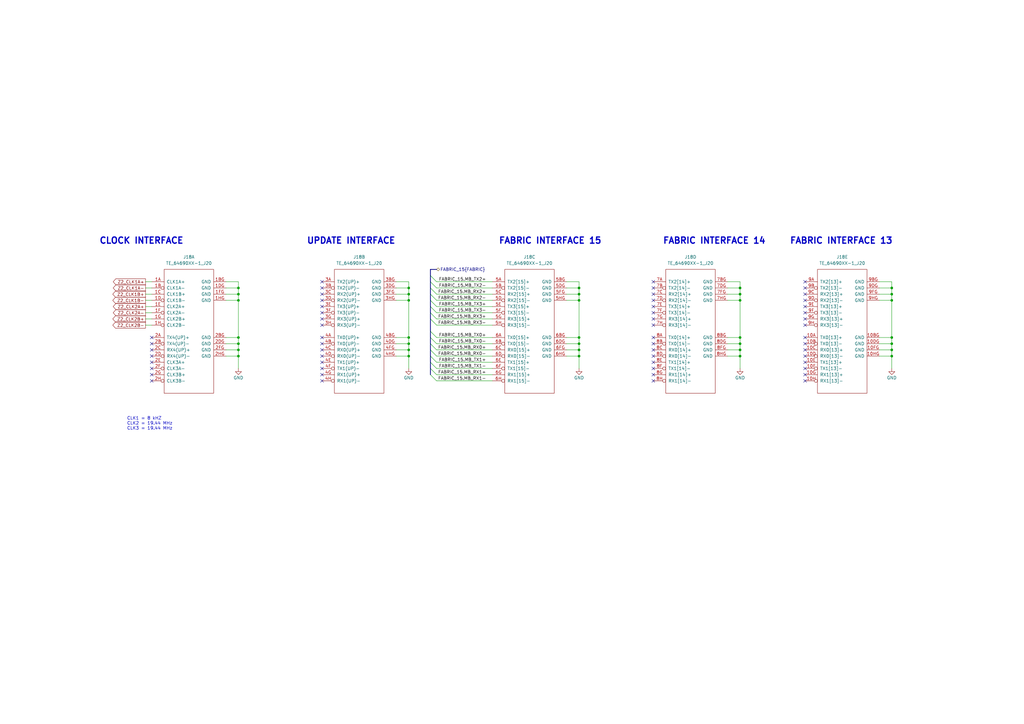
<source format=kicad_sch>
(kicad_sch (version 20211123) (generator eeschema)
  (paper "A3")
  (title_block (title "ATCA Template") (date "2023-01-05") (rev "1.0") (company "Karlsruhe Institute of Technology (KIT)") (comment 1 "Carsten Schmerbeck") (comment 2 "Luis Ardila") (comment 4 "Licensed under CERN-OHL-P v2"))
  (junction (at 237.49 118.11))
  (junction (at 365.76 120.65))
  (junction (at 167.64 143.51))
  (junction (at 167.64 120.65))
  (junction (at 167.64 146.05))
  (junction (at 97.79 118.11))
  (junction (at 237.49 140.97))
  (junction (at 237.49 123.19))
  (junction (at 303.53 146.05))
  (junction (at 365.76 123.19))
  (junction (at 97.79 143.51))
  (junction (at 237.49 120.65))
  (junction (at 365.76 138.43))
  (junction (at 303.53 140.97))
  (junction (at 167.64 118.11))
  (junction (at 237.49 146.05))
  (junction (at 365.76 143.51))
  (junction (at 97.79 120.65))
  (junction (at 97.79 138.43))
  (junction (at 97.79 146.05))
  (junction (at 167.64 138.43))
  (junction (at 303.53 118.11))
  (junction (at 237.49 143.51))
  (junction (at 97.79 123.19))
  (junction (at 237.49 138.43))
  (junction (at 167.64 123.19))
  (junction (at 167.64 140.97))
  (junction (at 303.53 138.43))
  (junction (at 365.76 118.11))
  (junction (at 303.53 120.65))
  (junction (at 97.79 140.97))
  (junction (at 303.53 143.51))
  (junction (at 365.76 146.05))
  (junction (at 365.76 140.97))
  (junction (at 303.53 123.19))
  (no_connect (at 267.97 115.57))
  (no_connect (at 62.23 156.21))
  (no_connect (at 267.97 128.27))
  (no_connect (at 330.2 156.21))
  (no_connect (at 62.23 151.13))
  (no_connect (at 330.2 125.73))
  (no_connect (at 132.08 138.43))
  (no_connect (at 267.97 156.21))
  (no_connect (at 267.97 133.35))
  (no_connect (at 62.23 153.67))
  (no_connect (at 62.23 146.05))
  (no_connect (at 267.97 123.19))
  (no_connect (at 132.08 123.19))
  (no_connect (at 330.2 133.35))
  (no_connect (at 62.23 140.97))
  (no_connect (at 62.23 138.43))
  (no_connect (at 132.08 140.97))
  (no_connect (at 132.08 143.51))
  (no_connect (at 132.08 156.21))
  (no_connect (at 267.97 138.43))
  (no_connect (at 132.08 125.73))
  (no_connect (at 330.2 128.27))
  (no_connect (at 62.23 143.51))
  (no_connect (at 132.08 151.13))
  (no_connect (at 330.2 140.97))
  (no_connect (at 132.08 146.05))
  (no_connect (at 267.97 140.97))
  (no_connect (at 330.2 138.43))
  (no_connect (at 330.2 143.51))
  (no_connect (at 267.97 118.11))
  (no_connect (at 132.08 120.65))
  (no_connect (at 267.97 143.51))
  (no_connect (at 267.97 125.73))
  (no_connect (at 62.23 148.59))
  (no_connect (at 330.2 120.65))
  (no_connect (at 330.2 151.13))
  (no_connect (at 132.08 130.81))
  (no_connect (at 132.08 148.59))
  (no_connect (at 132.08 128.27))
  (no_connect (at 267.97 153.67))
  (no_connect (at 330.2 123.19))
  (no_connect (at 267.97 120.65))
  (no_connect (at 132.08 118.11))
  (no_connect (at 267.97 130.81))
  (no_connect (at 330.2 146.05))
  (no_connect (at 267.97 151.13))
  (no_connect (at 267.97 146.05))
  (no_connect (at 330.2 118.11))
  (no_connect (at 267.97 148.59))
  (no_connect (at 330.2 148.59))
  (no_connect (at 132.08 153.67))
  (no_connect (at 330.2 153.67))
  (no_connect (at 132.08 133.35))
  (no_connect (at 330.2 115.57))
  (no_connect (at 132.08 115.57))
  (no_connect (at 330.2 130.81))
  (bus_entry (at 176.53 135.89) (size 2.54 2.54))
  (bus_entry (at 176.53 148.59) (size 2.54 2.54))
  (bus_entry (at 176.53 146.05) (size 2.54 2.54))
  (bus_entry (at 176.53 113.03) (size 2.54 2.54))
  (bus_entry (at 176.53 128.27) (size 2.54 2.54))
  (bus_entry (at 176.53 143.51) (size 2.54 2.54))
  (bus_entry (at 176.53 153.67) (size 2.54 2.54))
  (bus_entry (at 176.53 123.19) (size 2.54 2.54))
  (bus_entry (at 176.53 115.57) (size 2.54 2.54))
  (bus_entry (at 176.53 138.43) (size 2.54 2.54))
  (bus_entry (at 176.53 151.13) (size 2.54 2.54))
  (bus_entry (at 176.53 120.65) (size 2.54 2.54))
  (bus_entry (at 176.53 125.73) (size 2.54 2.54))
  (bus_entry (at 176.53 130.81) (size 2.54 2.54))
  (bus_entry (at 176.53 140.97) (size 2.54 2.54))
  (bus_entry (at 176.53 118.11) (size 2.54 2.54))
  (wire (pts (xy 92.71 118.11) (xy 97.79 118.11)))
  (wire (pts (xy 303.53 138.43) (xy 303.53 140.97)))
  (wire (pts (xy 167.64 115.57) (xy 167.64 118.11)))
  (wire (pts (xy 59.69 118.11) (xy 62.23 118.11)))
  (wire (pts (xy 179.07 140.97) (xy 201.93 140.97)))
  (wire (pts (xy 365.76 143.51) (xy 365.76 146.05)))
  (wire (pts (xy 167.64 120.65) (xy 167.64 123.19)))
  (wire (pts (xy 162.56 123.19) (xy 167.64 123.19)))
  (wire (pts (xy 162.56 146.05) (xy 167.64 146.05)))
  (bus (pts (xy 176.53 130.81) (xy 176.53 128.27)))
  (wire (pts (xy 162.56 115.57) (xy 167.64 115.57)))
  (wire (pts (xy 298.45 146.05) (xy 303.53 146.05)))
  (wire (pts (xy 179.07 123.19) (xy 201.93 123.19)))
  (wire (pts (xy 97.79 118.11) (xy 97.79 120.65)))
  (wire (pts (xy 237.49 143.51) (xy 237.49 146.05)))
  (wire (pts (xy 360.68 115.57) (xy 365.76 115.57)))
  (wire (pts (xy 162.56 118.11) (xy 167.64 118.11)))
  (wire (pts (xy 162.56 120.65) (xy 167.64 120.65)))
  (wire (pts (xy 92.71 138.43) (xy 97.79 138.43)))
  (bus (pts (xy 176.53 138.43) (xy 176.53 135.89)))
  (wire (pts (xy 59.69 133.35) (xy 62.23 133.35)))
  (wire (pts (xy 97.79 115.57) (xy 97.79 118.11)))
  (wire (pts (xy 303.53 118.11) (xy 303.53 120.65)))
  (wire (pts (xy 179.07 118.11) (xy 201.93 118.11)))
  (wire (pts (xy 365.76 138.43) (xy 365.76 140.97)))
  (wire (pts (xy 179.07 153.67) (xy 201.93 153.67)))
  (wire (pts (xy 92.71 146.05) (xy 97.79 146.05)))
  (bus (pts (xy 176.53 146.05) (xy 176.53 143.51)))
  (wire (pts (xy 59.69 123.19) (xy 62.23 123.19)))
  (wire (pts (xy 179.07 125.73) (xy 201.93 125.73)))
  (wire (pts (xy 237.49 120.65) (xy 237.49 123.19)))
  (bus (pts (xy 176.53 135.89) (xy 176.53 130.81)))
  (wire (pts (xy 179.07 115.57) (xy 201.93 115.57)))
  (wire (pts (xy 232.41 146.05) (xy 237.49 146.05)))
  (wire (pts (xy 179.07 133.35) (xy 201.93 133.35)))
  (bus (pts (xy 176.53 151.13) (xy 176.53 148.59)))
  (wire (pts (xy 360.68 143.51) (xy 365.76 143.51)))
  (wire (pts (xy 59.69 125.73) (xy 62.23 125.73)))
  (wire (pts (xy 365.76 118.11) (xy 365.76 120.65)))
  (wire (pts (xy 365.76 115.57) (xy 365.76 118.11)))
  (wire (pts (xy 298.45 123.19) (xy 303.53 123.19)))
  (wire (pts (xy 365.76 146.05) (xy 365.76 151.13)))
  (wire (pts (xy 303.53 123.19) (xy 303.53 138.43)))
  (wire (pts (xy 179.07 120.65) (xy 201.93 120.65)))
  (wire (pts (xy 232.41 138.43) (xy 237.49 138.43)))
  (wire (pts (xy 232.41 115.57) (xy 237.49 115.57)))
  (wire (pts (xy 303.53 143.51) (xy 303.53 146.05)))
  (bus (pts (xy 176.53 148.59) (xy 176.53 146.05)))
  (wire (pts (xy 365.76 123.19) (xy 365.76 138.43)))
  (wire (pts (xy 92.71 140.97) (xy 97.79 140.97)))
  (wire (pts (xy 237.49 146.05) (xy 237.49 151.13)))
  (wire (pts (xy 179.07 128.27) (xy 201.93 128.27)))
  (wire (pts (xy 298.45 138.43) (xy 303.53 138.43)))
  (wire (pts (xy 303.53 115.57) (xy 303.53 118.11)))
  (bus (pts (xy 176.53 143.51) (xy 176.53 140.97)))
  (wire (pts (xy 167.64 140.97) (xy 167.64 143.51)))
  (wire (pts (xy 59.69 115.57) (xy 62.23 115.57)))
  (bus (pts (xy 176.53 123.19) (xy 176.53 120.65)))
  (wire (pts (xy 97.79 146.05) (xy 97.79 151.13)))
  (wire (pts (xy 360.68 146.05) (xy 365.76 146.05)))
  (bus (pts (xy 176.53 113.03) (xy 176.53 110.49)))
  (wire (pts (xy 97.79 140.97) (xy 97.79 143.51)))
  (wire (pts (xy 298.45 140.97) (xy 303.53 140.97)))
  (wire (pts (xy 237.49 140.97) (xy 237.49 143.51)))
  (wire (pts (xy 92.71 120.65) (xy 97.79 120.65)))
  (wire (pts (xy 97.79 120.65) (xy 97.79 123.19)))
  (bus (pts (xy 176.53 125.73) (xy 176.53 123.19)))
  (bus (pts (xy 176.53 120.65) (xy 176.53 118.11)))
  (wire (pts (xy 232.41 140.97) (xy 237.49 140.97)))
  (wire (pts (xy 179.07 148.59) (xy 201.93 148.59)))
  (wire (pts (xy 179.07 151.13) (xy 201.93 151.13)))
  (wire (pts (xy 232.41 120.65) (xy 237.49 120.65)))
  (wire (pts (xy 179.07 146.05) (xy 201.93 146.05)))
  (wire (pts (xy 237.49 118.11) (xy 237.49 120.65)))
  (wire (pts (xy 365.76 120.65) (xy 365.76 123.19)))
  (wire (pts (xy 237.49 138.43) (xy 237.49 140.97)))
  (wire (pts (xy 97.79 143.51) (xy 97.79 146.05)))
  (wire (pts (xy 162.56 140.97) (xy 167.64 140.97)))
  (wire (pts (xy 303.53 146.05) (xy 303.53 151.13)))
  (wire (pts (xy 360.68 138.43) (xy 365.76 138.43)))
  (wire (pts (xy 360.68 120.65) (xy 365.76 120.65)))
  (bus (pts (xy 176.53 128.27) (xy 176.53 125.73)))
  (wire (pts (xy 167.64 146.05) (xy 167.64 151.13)))
  (wire (pts (xy 237.49 115.57) (xy 237.49 118.11)))
  (wire (pts (xy 365.76 140.97) (xy 365.76 143.51)))
  (wire (pts (xy 97.79 123.19) (xy 97.79 138.43)))
  (bus (pts (xy 176.53 115.57) (xy 176.53 113.03)))
  (wire (pts (xy 162.56 143.51) (xy 167.64 143.51)))
  (wire (pts (xy 360.68 140.97) (xy 365.76 140.97)))
  (wire (pts (xy 167.64 138.43) (xy 167.64 140.97)))
  (wire (pts (xy 179.07 138.43) (xy 201.93 138.43)))
  (wire (pts (xy 179.07 156.21) (xy 201.93 156.21)))
  (wire (pts (xy 360.68 118.11) (xy 365.76 118.11)))
  (wire (pts (xy 237.49 123.19) (xy 237.49 138.43)))
  (wire (pts (xy 298.45 118.11) (xy 303.53 118.11)))
  (wire (pts (xy 298.45 115.57) (xy 303.53 115.57)))
  (wire (pts (xy 167.64 123.19) (xy 167.64 138.43)))
  (bus (pts (xy 176.53 153.67) (xy 176.53 151.13)))
  (bus (pts (xy 176.53 110.49) (xy 179.07 110.49)))
  (wire (pts (xy 92.71 143.51) (xy 97.79 143.51)))
  (wire (pts (xy 303.53 120.65) (xy 303.53 123.19)))
  (wire (pts (xy 167.64 143.51) (xy 167.64 146.05)))
  (wire (pts (xy 298.45 120.65) (xy 303.53 120.65)))
  (wire (pts (xy 360.68 123.19) (xy 365.76 123.19)))
  (wire (pts (xy 167.64 118.11) (xy 167.64 120.65)))
  (wire (pts (xy 232.41 123.19) (xy 237.49 123.19)))
  (wire (pts (xy 303.53 140.97) (xy 303.53 143.51)))
  (wire (pts (xy 232.41 118.11) (xy 237.49 118.11)))
  (wire (pts (xy 232.41 143.51) (xy 237.49 143.51)))
  (wire (pts (xy 179.07 130.81) (xy 201.93 130.81)))
  (wire (pts (xy 162.56 138.43) (xy 167.64 138.43)))
  (wire (pts (xy 59.69 130.81) (xy 62.23 130.81)))
  (wire (pts (xy 59.69 128.27) (xy 62.23 128.27)))
  (bus (pts (xy 176.53 118.11) (xy 176.53 115.57)))
  (wire (pts (xy 179.07 143.51) (xy 201.93 143.51)))
  (wire (pts (xy 59.69 120.65) (xy 62.23 120.65)))
  (wire (pts (xy 92.71 123.19) (xy 97.79 123.19)))
  (wire (pts (xy 97.79 138.43) (xy 97.79 140.97)))
  (wire (pts (xy 92.71 115.57) (xy 97.79 115.57)))
  (bus (pts (xy 176.53 140.97) (xy 176.53 138.43)))
  (wire (pts (xy 298.45 143.51) (xy 303.53 143.51)))
  (text "UPDATE INTERFACE" (at 125.73 100.33 0) (effects (font (size 2.54 2.54) (thickness 0.508) bold) (justify left bottom)))
  (text "FABRIC INTERFACE 14" (at 271.78 100.33 0) (effects (font (size 2.54 2.54) (thickness 0.508) bold) (justify left bottom)))
  (text "CLOCK INTERFACE" (at 40.64 100.33 0) (effects (font (size 2.54 2.54) (thickness 0.508) bold) (justify left bottom)))
  (text "CLK1 = 8 kHZ\nCLK2 = 19.44 MHz\nCLK3 = 19.44 MHz" (at 52.07 176.53 0) (effects (font (size 1.27 1.27)) (justify left bottom)))
  (text "FABRIC INTERFACE 15" (at 204.47 100.33 0) (effects (font (size 2.54 2.54) (thickness 0.508) bold) (justify left bottom)))
  (text "FABRIC INTERFACE 13" (at 323.85 100.33 0) (effects (font (size 2.54 2.54) (thickness 0.508) bold) (justify left bottom)))
  (label "FABRIC_15.MB_TX1-" (at 199.39 151.13 180))
  (label "FABRIC_15.MB_TX3+" (at 199.39 125.73 180))
  (label "FABRIC_15.MB_TX0+" (at 199.39 138.43 180))
  (label "FABRIC_15.MB_RX2-" (at 199.39 123.19 180))
  (label "FABRIC_15.MB_RX0-" (at 199.39 146.05 180))
  (label "FABRIC_15.MB_RX3+" (at 199.39 130.81 180))
  (label "FABRIC_15.MB_RX3-" (at 199.39 133.35 180))
  (label "FABRIC_15.MB_TX2+" (at 199.39 115.57 180))
  (label "FABRIC_15.MB_RX2+" (at 199.39 120.65 180))
  (label "FABRIC_15.MB_TX2-" (at 199.39 118.11 180))
  (label "FABRIC_15.MB_TX3-" (at 199.39 128.27 180))
  (label "FABRIC_15.MB_TX1+" (at 199.39 148.59 180))
  (label "FABRIC_15.MB_TX0-" (at 199.39 140.97 180))
  (label "FABRIC_15.MB_RX1-" (at 199.39 156.21 180))
  (label "FABRIC_15.MB_RX1+" (at 199.39 153.67 180))
  (label "FABRIC_15.MB_RX0+" (at 199.39 143.51 180))
  (global_label "Z2_CLK2B-" (shape output) (at 59.69 133.35 180) (property "Intersheet References" "${INTERSHEET_REFS}" (effects hide)))
  (global_label "Z2_CLK2B+" (shape output) (at 59.69 130.81 180) (property "Intersheet References" "${INTERSHEET_REFS}" (effects hide)))
  (global_label "Z2_CLK1B-" (shape output) (at 59.69 123.19 180) (property "Intersheet References" "${INTERSHEET_REFS}" (effects hide)))
  (global_label "Z2_CLK2A+" (shape output) (at 59.69 125.73 180) (property "Intersheet References" "${INTERSHEET_REFS}" (effects hide)))
  (global_label "Z2_CLK2A-" (shape output) (at 59.69 128.27 180) (property "Intersheet References" "${INTERSHEET_REFS}" (effects hide)))
  (global_label "Z2_CLK1B+" (shape output) (at 59.69 120.65 180) (property "Intersheet References" "${INTERSHEET_REFS}" (effects hide)))
  (global_label "Z2_CLK1A+" (shape output) (at 59.69 115.57 180) (property "Intersheet References" "${INTERSHEET_REFS}" (effects hide)))
  (global_label "Z2_CLK1A-" (shape output) (at 59.69 118.11 180) (property "Intersheet References" "${INTERSHEET_REFS}" (effects hide)))
  (hierarchical_label "FABRIC_15{FABRIC}" (shape bidirectional) (at 179.07 110.49 0))
  (symbol (lib_id "power:GND") (at 97.79 151.13 0) (unit 1)
    (property "Reference" "#PWR01033" (effects hide))
    (property "Value" "GND" (at 97.79 154.94 0))
  )
  (symbol (lib_name "TE_64690XX-1_J20_4") (lib_id "KIT_Connector:TE_64690XX-1_J20") (at 217.17 135.89 0) (unit 3)
    (property "Reference" "J18" (at 217.17 105.41 0))
    (property "Value" "TE_64690XX-1_J20" (at 217.17 107.95 0))
    (property "Footprint" "KIT_Connector:TE_6469001-1" (effects hide))
    (property "Datasheet" "https://www.te.com/commerce/DocumentDelivery/DDEController?Action=srchrtrv&DocNm=6469001&DocType=Customer+Drawing&DocLang=English" (effects hide))
    (property "digikey#" "A121106-ND" (effects hide))
    (property "manf" "TE Connectivity" (effects hide))
    (property "manf#" "6469001-1" (effects hide))
    (property "mouser#" "571-6469001-1" (effects hide))
    (property "stock" "Serenity: 20" (effects hide))
  )
  (symbol (lib_id "power:GND") (at 365.76 151.13 0) (unit 1)
    (property "Reference" "#PWR01036" (effects hide))
    (property "Value" "GND" (at 365.76 154.94 0))
  )
  (symbol (lib_name "TE_64690XX-1_J20_1") (lib_id "KIT_Connector:TE_64690XX-1_J20") (at 77.47 135.89 0) (unit 1)
    (property "Reference" "J18" (at 77.47 105.41 0))
    (property "Value" "TE_64690XX-1_J20" (at 77.47 107.95 0))
    (property "Footprint" "KIT_Connector:TE_6469001-1" (effects hide))
    (property "Datasheet" "https://www.te.com/commerce/DocumentDelivery/DDEController?Action=srchrtrv&DocNm=6469001&DocType=Customer+Drawing&DocLang=English" (effects hide))
    (property "digikey#" "A121106-ND" (effects hide))
    (property "manf" "TE Connectivity" (effects hide))
    (property "manf#" "6469001-1" (effects hide))
    (property "mouser#" "571-6469001-1" (effects hide))
    (property "stock" "Serenity: 20" (effects hide))
  )
  (symbol (lib_id "power:GND") (at 303.53 151.13 0) (unit 1)
    (property "Reference" "#PWR01037" (effects hide))
    (property "Value" "GND" (at 303.53 154.94 0))
  )
  (symbol (lib_id "power:GND") (at 237.49 151.13 0) (unit 1)
    (property "Reference" "#PWR01034" (effects hide))
    (property "Value" "GND" (at 237.49 154.94 0))
  )
  (symbol (lib_id "power:GND") (at 167.64 151.13 0) (unit 1)
    (property "Reference" "#PWR01035" (effects hide))
    (property "Value" "GND" (at 167.64 154.94 0))
  )
  (symbol (lib_name "TE_64690XX-1_J20_3") (lib_id "KIT_Connector:TE_64690XX-1_J20") (at 283.21 135.89 0) (unit 4)
    (property "Reference" "J18" (at 283.21 105.41 0))
    (property "Value" "TE_64690XX-1_J20" (at 283.21 107.95 0))
    (property "Footprint" "KIT_Connector:TE_6469001-1" (effects hide))
    (property "Datasheet" "https://www.te.com/commerce/DocumentDelivery/DDEController?Action=srchrtrv&DocNm=6469001&DocType=Customer+Drawing&DocLang=English" (effects hide))
    (property "digikey#" "A121106-ND" (effects hide))
    (property "manf" "TE Connectivity" (effects hide))
    (property "manf#" "6469001-1" (effects hide))
    (property "mouser#" "571-6469001-1" (effects hide))
    (property "stock" "Serenity: 20" (effects hide))
  )
  (symbol (lib_name "TE_64690XX-1_J20_2") (lib_id "KIT_Connector:TE_64690XX-1_J20") (at 147.32 135.89 0) (unit 2)
    (property "Reference" "J18" (at 147.32 105.41 0))
    (property "Value" "TE_64690XX-1_J20" (at 147.32 107.95 0))
    (property "Footprint" "KIT_Connector:TE_6469001-1" (effects hide))
    (property "Datasheet" "https://www.te.com/commerce/DocumentDelivery/DDEController?Action=srchrtrv&DocNm=6469001&DocType=Customer+Drawing&DocLang=English" (effects hide))
    (property "digikey#" "A121106-ND" (effects hide))
    (property "manf" "TE Connectivity" (effects hide))
    (property "manf#" "6469001-1" (effects hide))
    (property "mouser#" "571-6469001-1" (effects hide))
    (property "stock" "Serenity: 20" (effects hide))
  )
  (symbol (lib_id "KIT_Connector:TE_64690XX-1_J20") (at 345.44 135.89 0) (unit 5)
    (property "Reference" "J18" (at 345.44 105.41 0))
    (property "Value" "TE_64690XX-1_J20" (at 345.44 107.95 0))
    (property "Footprint" "KIT_Connector:TE_6469001-1" (effects hide))
    (property "Datasheet" "https://www.te.com/commerce/DocumentDelivery/DDEController?Action=srchrtrv&DocNm=6469001&DocType=Customer+Drawing&DocLang=English" (effects hide))
    (property "digikey#" "A121106-ND" (effects hide))
    (property "manf" "TE Connectivity" (effects hide))
    (property "manf#" "6469001-1" (effects hide))
    (property "mouser#" "571-6469001-1" (effects hide))
    (property "stock" "Serenity: 20" (effects hide))
  )
)
</source>
